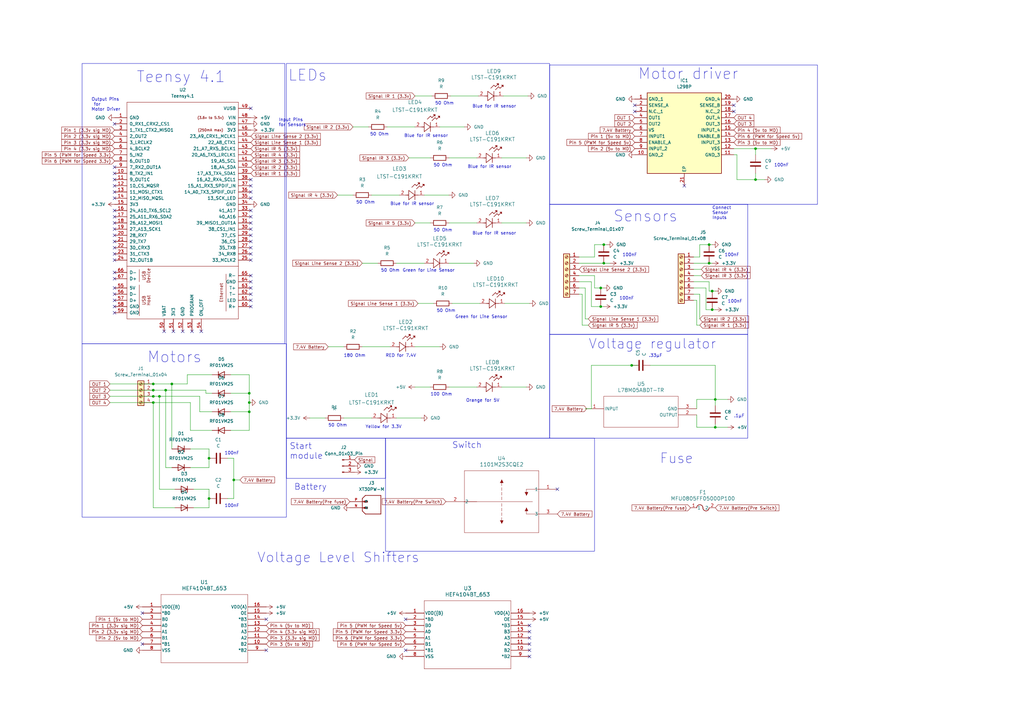
<source format=kicad_sch>
(kicad_sch (version 20230121) (generator eeschema)
  (paper "A3")
  (junction (at 62.865 165.1))
  (junction (at 293.37 163.83))
  (junction (at 102.235 165.1))
  (junction (at 290.83 107.95))
  (junction (at 95.885 196.85))
  (junction (at 247.65 107.95))
  (junction (at 309.88 60.96))
  (junction (at 85.725 204.47))
  (junction (at 102.235 161.29))
  (junction (at 246.38 118.11))
  (junction (at 62.865 162.56))
  (junction (at 65.405 162.56))
  (junction (at 246.38 125.73))
  (junction (at 102.235 168.91))
  (junction (at 293.37 175.26))
  (junction (at 290.83 100.33))
  (junction (at 62.865 157.48))
  (junction (at 309.88 73.66))
  (junction (at 259.08 149.86))
  (junction (at 70.485 157.48))
  (junction (at 247.65 100.33))
  (junction (at 85.725 187.96))
  (junction (at 292.1 119.38))
  (junction (at 62.865 160.02))
  (junction (at 67.945 160.02))
  (junction (at 292.1 127))
  (no_connect (at 102.87 120.65))
  (no_connect (at 102.87 76.2))
  (no_connect (at 46.99 93.98))
  (no_connect (at 102.87 44.45))
  (no_connect (at 46.99 99.06))
  (no_connect (at 102.87 93.98))
  (no_connect (at 228.6 200.66))
  (no_connect (at 46.99 123.19))
  (no_connect (at 102.87 115.57))
  (no_connect (at 102.87 123.19))
  (no_connect (at 71.12 135.89))
  (no_connect (at 46.99 106.68))
  (no_connect (at 102.87 88.9))
  (no_connect (at 46.99 104.14))
  (no_connect (at 46.99 125.73))
  (no_connect (at 102.87 81.28))
  (no_connect (at 102.87 125.73))
  (no_connect (at 46.99 96.52))
  (no_connect (at 166.37 254))
  (no_connect (at 166.37 266.7))
  (no_connect (at 46.99 76.2))
  (no_connect (at 102.87 113.03))
  (no_connect (at 78.74 135.89))
  (no_connect (at 102.87 96.52))
  (no_connect (at 46.99 111.76))
  (no_connect (at 46.99 101.6))
  (no_connect (at 102.87 99.06))
  (no_connect (at 74.93 135.89))
  (no_connect (at 46.99 78.74))
  (no_connect (at 300.99 45.72))
  (no_connect (at 46.99 68.58))
  (no_connect (at 102.87 104.14))
  (no_connect (at 46.99 50.8))
  (no_connect (at 46.99 81.28))
  (no_connect (at 102.87 78.74))
  (no_connect (at 217.17 266.7))
  (no_connect (at 260.35 43.18))
  (no_connect (at 280.67 76.2))
  (no_connect (at 46.99 120.65))
  (no_connect (at 109.22 266.7))
  (no_connect (at 58.42 251.46))
  (no_connect (at 46.99 118.11))
  (no_connect (at 102.87 101.6))
  (no_connect (at 109.22 254))
  (no_connect (at 300.99 43.18))
  (no_connect (at 102.87 91.44))
  (no_connect (at 102.87 106.68))
  (no_connect (at 82.55 135.89))
  (no_connect (at 102.87 86.36))
  (no_connect (at 46.99 88.9))
  (no_connect (at 46.99 86.36))
  (no_connect (at 217.17 256.54))
  (no_connect (at 46.99 73.66))
  (no_connect (at 217.17 264.16))
  (no_connect (at 217.17 269.24))
  (no_connect (at 102.87 118.11))
  (no_connect (at 260.35 45.72))
  (no_connect (at 46.99 91.44))
  (no_connect (at 58.42 264.16))
  (no_connect (at 46.99 128.27))
  (no_connect (at 217.17 261.62))
  (no_connect (at 102.87 73.66))
  (no_connect (at 67.31 135.89))
  (no_connect (at 46.99 71.12))
  (no_connect (at 217.17 259.08))
  (no_connect (at 46.99 114.3))
  (wire (pts (xy 45.085 165.1) (xy 62.865 165.1)))
  (wire (pts (xy 247.65 100.33) (xy 243.84 100.33)))
  (wire (pts (xy 184.15 158.75) (xy 195.58 158.75)))
  (wire (pts (xy 205.74 64.77) (xy 215.9 64.77)))
  (wire (pts (xy 78.105 165.1) (xy 78.105 176.53)))
  (wire (pts (xy 62.865 208.28) (xy 62.865 165.1)))
  (wire (pts (xy 290.83 119.38) (xy 290.83 115.57)))
  (wire (pts (xy 259.08 149.86) (xy 242.57 149.86)))
  (wire (pts (xy 71.755 200.66) (xy 65.405 200.66)))
  (wire (pts (xy 293.37 175.26) (xy 285.75 175.26)))
  (wire (pts (xy 170.18 158.75) (xy 176.53 158.75)))
  (wire (pts (xy 284.48 113.03) (xy 287.655 113.03)))
  (wire (pts (xy 62.865 165.1) (xy 78.105 165.1)))
  (wire (pts (xy 289.56 127) (xy 292.1 127)))
  (wire (pts (xy 162.56 107.95) (xy 173.99 107.95)))
  (wire (pts (xy 302.26 73.66) (xy 302.26 63.5)))
  (wire (pts (xy 76.835 153.67) (xy 86.995 153.67)))
  (wire (pts (xy 287.02 100.33) (xy 290.83 100.33)))
  (wire (pts (xy 313.69 73.66) (xy 309.88 73.66)))
  (wire (pts (xy 287.02 105.41) (xy 284.48 105.41)))
  (wire (pts (xy 158.75 52.07) (xy 170.18 52.07)))
  (wire (pts (xy 84.455 161.29) (xy 86.995 161.29)))
  (wire (pts (xy 285.75 175.26) (xy 285.75 170.18)))
  (wire (pts (xy 247.65 125.73) (xy 246.38 125.73)))
  (wire (pts (xy 62.865 160.02) (xy 67.945 160.02)))
  (wire (pts (xy 246.38 125.73) (xy 242.57 125.73)))
  (wire (pts (xy 266.7 149.86) (xy 293.37 149.86)))
  (wire (pts (xy 171.45 124.46) (xy 177.8 124.46)))
  (wire (pts (xy 167.64 64.77) (xy 176.53 64.77)))
  (wire (pts (xy 242.57 125.73) (xy 242.57 115.57)))
  (wire (pts (xy 94.615 161.29) (xy 102.235 161.29)))
  (wire (pts (xy 285.75 133.35) (xy 287.02 133.35)))
  (wire (pts (xy 289.56 127) (xy 289.56 118.11)))
  (wire (pts (xy 102.235 161.29) (xy 102.235 165.1)))
  (wire (pts (xy 173.99 80.01) (xy 184.15 80.01)))
  (wire (pts (xy 284.48 110.49) (xy 287.655 110.49)))
  (wire (pts (xy 290.83 107.95) (xy 292.1 107.95)))
  (wire (pts (xy 134.62 142.24) (xy 140.97 142.24)))
  (wire (pts (xy 45.085 162.56) (xy 62.865 162.56)))
  (wire (pts (xy 207.01 124.46) (xy 217.17 124.46)))
  (wire (pts (xy 144.78 52.07) (xy 151.13 52.07)))
  (wire (pts (xy 240.03 130.81) (xy 240.03 118.11)))
  (wire (pts (xy 246.38 118.11) (xy 243.84 118.11)))
  (wire (pts (xy 79.375 208.28) (xy 85.725 208.28)))
  (wire (pts (xy 152.4 80.01) (xy 163.83 80.01)))
  (wire (pts (xy 247.65 107.95) (xy 237.49 107.95)))
  (wire (pts (xy 85.725 184.15) (xy 85.725 187.96)))
  (wire (pts (xy 78.105 184.15) (xy 85.725 184.15)))
  (wire (pts (xy 78.105 191.77) (xy 85.725 191.77)))
  (wire (pts (xy 285.75 133.35) (xy 285.75 123.19)))
  (wire (pts (xy 95.885 196.85) (xy 95.885 204.47)))
  (wire (pts (xy 309.88 73.66) (xy 302.26 73.66)))
  (wire (pts (xy 243.84 118.11) (xy 243.84 113.03)))
  (wire (pts (xy 94.615 153.67) (xy 102.235 153.67)))
  (wire (pts (xy 290.83 119.38) (xy 292.1 119.38)))
  (wire (pts (xy 170.18 91.44) (xy 176.53 91.44)))
  (wire (pts (xy 70.485 191.77) (xy 67.945 191.77)))
  (wire (pts (xy 67.945 160.02) (xy 84.455 160.02)))
  (wire (pts (xy 292.1 119.38) (xy 293.37 119.38)))
  (wire (pts (xy 93.345 204.47) (xy 95.885 204.47)))
  (wire (pts (xy 261.62 149.86) (xy 259.08 149.86)))
  (wire (pts (xy 184.15 64.77) (xy 195.58 64.77)))
  (wire (pts (xy 243.84 113.03) (xy 237.49 113.03)))
  (wire (pts (xy 62.865 157.48) (xy 70.485 157.48)))
  (wire (pts (xy 298.45 163.83) (xy 293.37 163.83)))
  (wire (pts (xy 243.84 100.33) (xy 243.84 105.41)))
  (wire (pts (xy 62.865 162.56) (xy 65.405 162.56)))
  (wire (pts (xy 138.43 80.01) (xy 144.78 80.01)))
  (wire (pts (xy 102.235 153.67) (xy 102.235 161.29)))
  (wire (pts (xy 290.83 115.57) (xy 284.48 115.57)))
  (wire (pts (xy 148.59 142.24) (xy 160.02 142.24)))
  (wire (pts (xy 170.18 142.24) (xy 180.34 142.24)))
  (wire (pts (xy 242.57 149.86) (xy 242.57 167.64)))
  (wire (pts (xy 140.97 171.45) (xy 152.4 171.45)))
  (wire (pts (xy 289.56 118.11) (xy 284.48 118.11)))
  (wire (pts (xy 148.59 107.95) (xy 154.94 107.95)))
  (wire (pts (xy 316.23 60.96) (xy 309.88 60.96)))
  (wire (pts (xy 85.725 208.28) (xy 85.725 204.47)))
  (wire (pts (xy 293.37 163.83) (xy 293.37 166.37)))
  (wire (pts (xy 302.26 63.5) (xy 300.99 63.5)))
  (wire (pts (xy 241.3 130.81) (xy 240.03 130.81)))
  (wire (pts (xy 248.92 100.33) (xy 247.65 100.33)))
  (wire (pts (xy 309.88 60.96) (xy 300.99 60.96)))
  (wire (pts (xy 65.405 162.56) (xy 81.915 162.56)))
  (wire (pts (xy 162.56 171.45) (xy 172.72 171.45)))
  (wire (pts (xy 285.75 163.83) (xy 285.75 167.64)))
  (wire (pts (xy 184.785 39.37) (xy 196.215 39.37)))
  (wire (pts (xy 71.755 208.28) (xy 62.865 208.28)))
  (wire (pts (xy 287.02 120.65) (xy 284.48 120.65)))
  (wire (pts (xy 242.57 115.57) (xy 237.49 115.57)))
  (wire (pts (xy 78.105 176.53) (xy 86.995 176.53)))
  (wire (pts (xy 287.02 130.81) (xy 287.02 120.65)))
  (wire (pts (xy 94.615 168.91) (xy 102.235 168.91)))
  (wire (pts (xy 95.885 196.85) (xy 98.425 196.85)))
  (wire (pts (xy 242.57 167.64) (xy 240.03 167.64)))
  (wire (pts (xy 293.37 149.86) (xy 293.37 163.83)))
  (wire (pts (xy 185.42 124.46) (xy 196.85 124.46)))
  (wire (pts (xy 81.915 162.56) (xy 81.915 168.91)))
  (wire (pts (xy 247.65 118.11) (xy 246.38 118.11)))
  (wire (pts (xy 205.74 158.75) (xy 215.9 158.75)))
  (wire (pts (xy 285.75 123.19) (xy 284.48 123.19)))
  (wire (pts (xy 206.375 39.37) (xy 216.535 39.37)))
  (wire (pts (xy 94.615 176.53) (xy 102.235 176.53)))
  (wire (pts (xy 240.03 118.11) (xy 237.49 118.11)))
  (wire (pts (xy 84.455 160.02) (xy 84.455 161.29)))
  (wire (pts (xy 170.18 39.37) (xy 177.165 39.37)))
  (wire (pts (xy 184.15 107.95) (xy 194.31 107.95)))
  (wire (pts (xy 309.88 60.96) (xy 309.88 63.5)))
  (wire (pts (xy 241.3 133.35) (xy 238.76 133.35)))
  (wire (pts (xy 93.345 187.96) (xy 95.885 187.96)))
  (wire (pts (xy 45.085 160.02) (xy 62.865 160.02)))
  (wire (pts (xy 287.02 100.33) (xy 287.02 105.41)))
  (wire (pts (xy 205.74 91.44) (xy 215.9 91.44)))
  (wire (pts (xy 309.88 71.12) (xy 309.88 73.66)))
  (wire (pts (xy 70.485 157.48) (xy 76.835 157.48)))
  (wire (pts (xy 290.83 100.33) (xy 292.1 100.33)))
  (wire (pts (xy 184.15 91.44) (xy 195.58 91.44)))
  (wire (pts (xy 293.37 163.83) (xy 285.75 163.83)))
  (wire (pts (xy 284.48 107.95) (xy 290.83 107.95)))
  (wire (pts (xy 67.945 191.77) (xy 67.945 160.02)))
  (wire (pts (xy 180.34 52.07) (xy 190.5 52.07)))
  (wire (pts (xy 45.085 157.48) (xy 62.865 157.48)))
  (wire (pts (xy 250.19 107.95) (xy 247.65 107.95)))
  (wire (pts (xy 238.76 133.35) (xy 238.76 120.65)))
  (wire (pts (xy 70.485 157.48) (xy 70.485 184.15)))
  (wire (pts (xy 76.835 157.48) (xy 76.835 153.67)))
  (wire (pts (xy 81.915 168.91) (xy 86.995 168.91)))
  (wire (pts (xy 95.885 187.96) (xy 95.885 196.85)))
  (wire (pts (xy 292.1 127) (xy 293.37 127)))
  (wire (pts (xy 238.76 120.65) (xy 237.49 120.65)))
  (wire (pts (xy 102.235 176.53) (xy 102.235 168.91)))
  (wire (pts (xy 298.45 175.26) (xy 293.37 175.26)))
  (wire (pts (xy 127 171.45) (xy 133.35 171.45)))
  (wire (pts (xy 85.725 191.77) (xy 85.725 187.96)))
  (wire (pts (xy 79.375 200.66) (xy 85.725 200.66)))
  (wire (pts (xy 293.37 173.99) (xy 293.37 175.26)))
  (wire (pts (xy 65.405 200.66) (xy 65.405 162.56)))
  (wire (pts (xy 243.84 105.41) (xy 237.49 105.41)))
  (wire (pts (xy 85.725 200.66) (xy 85.725 204.47)))
  (wire (pts (xy 102.235 168.91) (xy 102.235 165.1)))
  (rectangle (start 225.425 26.67) (end 335.28 83.82))
  (rectangle (start 117.475 26.035) (end 225.425 179.705))
  (rectangle (start 225.425 83.82) (end 306.705 137.16))
  (rectangle (start 33.655 140.97) (end 117.475 212.09))
  (rectangle (start 33.655 26.035) (end 116.84 140.97))
  (rectangle (start 117.475 179.705) (end 158.115 196.215))
  (rectangle (start 158.115 179.705) (end 243.84 226.06))
  (rectangle (start 225.425 137.16) (end 306.705 179.705))
  (text "Voltage regulator" (at 241.3 143.51 0) (effects (font (size 4 4)) (justify left bottom)))
  (text "Blue for IR sensor" (at 165.735 56.515 0) (effects (font (size 1.27 1.27)) (justify left bottom)))
  (text "Start\nmodule" (at 118.745 188.595 0) (effects (font (size 2.5 2.5)) (justify left bottom)))
  (text "100nF" (at 92.075 186.69 0) (effects (font (size 1.27 1.27)) (justify left bottom)))
  (text "50 Ohm" (at 177.8 95.25 0) (effects (font (size 1.27 1.27)) (justify left bottom)))
  (text "Blue for IR sensor" (at 160.02 84.455 0) (effects (font (size 1.27 1.27)) (justify left bottom)))
  (text "Connect \nSensor \nInputs" (at 292.1 90.17 0) (effects (font (size 1.27 1.27)) (justify left bottom)))
  (text "100nF" (at 255.27 105.41 0) (effects (font (size 1.27 1.27)) (justify left bottom)))
  (text "Input Pins \nfor Sensors" (at 114.3 52.07 0) (effects (font (size 1.27 1.27)) (justify left bottom)))
  (text "Fuse" (at 270.51 190.5 0) (effects (font (size 4 4)) (justify left bottom)))
  (text "50 Ohm" (at 156.21 111.76 0) (effects (font (size 1.27 1.27)) (justify left bottom)))
  (text "Green for Line Sensor" (at 165.1 111.76 0) (effects (font (size 1.27 1.27)) (justify left bottom)))
  (text "100nF" (at 297.18 105.41 0) (effects (font (size 1.27 1.27)) (justify left bottom)))
  (text "LEDs" (at 118.11 33.655 0) (effects (font (size 4.5 4.5)) (justify left bottom)))
  (text "100 Ohm" (at 176.53 162.56 0) (effects (font (size 1.27 1.27)) (justify left bottom)))
  (text "Yellow for 3.3V" (at 149.86 175.895 0) (effects (font (size 1.27 1.27)) (justify left bottom)))
  (text "Motors" (at 60.325 149.225 0) (effects (font (size 4.5 4.5)) (justify left bottom)))
  (text "Teensy 4.1" (at 55.88 34.29 0) (effects (font (size 4.5 4.5)) (justify left bottom)))
  (text "Motor driver" (at 261.62 33.02 0) (effects (font (size 4.5 4.5)) (justify left bottom)))
  (text "100nF" (at 317.5 68.58 0) (effects (font (size 1.27 1.27)) (justify left bottom)))
  (text "Voltage Level Shifters" (at 105.41 231.14 0) (effects (font (size 4 4)) (justify left bottom)))
  (text "Green for Line Sensor" (at 186.69 130.81 0) (effects (font (size 1.27 1.27)) (justify left bottom)))
  (text "Battery" (at 120.65 201.295 0) (effects (font (size 2.5 2.5)) (justify left bottom)))
  (text "Blue for IR sensor" (at 191.77 69.215 0) (effects (font (size 1.27 1.27)) (justify left bottom)))
  (text ".1µF" (at 300.99 171.45 0) (effects (font (size 1.27 1.27)) (justify left bottom)))
  (text "180 Ohm" (at 140.97 146.685 0) (effects (font (size 1.27 1.27)) (justify left bottom)))
  (text "50 Ohm" (at 134.62 175.26 0) (effects (font (size 1.27 1.27)) (justify left bottom)))
  (text "Output Pins\n for \nMotor Driver" (at 37.465 45.72 0) (effects (font (size 1.27 1.27)) (justify left bottom)))
  (text "100nF" (at 254 123.19 0) (effects (font (size 1.27 1.27)) (justify left bottom)))
  (text "Blue for IR sensor" (at 193.675 96.52 0) (effects (font (size 1.27 1.27)) (justify left bottom)))
  (text "50 Ohm" (at 151.765 55.88 0) (effects (font (size 1.27 1.27)) (justify left bottom)))
  (text "100nF" (at 92.075 208.28 0) (effects (font (size 1.27 1.27)) (justify left bottom)))
  (text "50 Ohm" (at 179.07 128.27 0) (effects (font (size 1.27 1.27)) (justify left bottom)))
  (text "50 Ohm" (at 177.8 68.58 0) (effects (font (size 1.27 1.27)) (justify left bottom)))
  (text "Sensors" (at 251.46 91.44 0) (effects (font (size 4.5 4.5)) (justify left bottom)))
  (text "RED for 7.4V" (at 158.115 146.685 0) (effects (font (size 1.27 1.27)) (justify left bottom)))
  (text "Switch" (at 185.42 184.15 0) (effects (font (size 2.5 2.5)) (justify left bottom)))
  (text "Orange for 5V" (at 191.135 165.1 0) (effects (font (size 1.27 1.27)) (justify left bottom)))
  (text "50 Ohm" (at 146.05 83.82 0) (effects (font (size 1.27 1.27)) (justify left bottom)))
  (text "Blue for IR sensor" (at 193.675 44.45 0) (effects (font (size 1.27 1.27)) (justify left bottom)))
  (text "50 Ohm" (at 178.435 43.18 0) (effects (font (size 1.27 1.27)) (justify left bottom)))
  (text ".33µF" (at 266.065 146.685 0) (effects (font (size 1.27 1.27)) (justify left bottom)))
  (text "100nF" (at 298.45 124.46 0) (effects (font (size 1.27 1.27)) (justify left bottom)))
  (global_label "Signal IR 4 (3.3v)" (shape input) (at 138.43 80.01 180) (property "Intersheetrefs" "${INTERSHEET_REFS}" (effects hide)))
  (global_label "Pin 3 (5v to MD)" (shape input) (at 300.99 58.42 0) (property "Intersheetrefs" "${INTERSHEET_REFS}" (effects hide)))
  (global_label "Signal IR 2 (3.3v)" (shape input) (at 144.78 52.07 180) (property "Intersheetrefs" "${INTERSHEET_REFS}" (effects hide)))
  (global_label "Signal IR 5 (3.3v)" (shape input) (at 241.3 133.35 0) (property "Intersheetrefs" "${INTERSHEET_REFS}" (effects hide)))
  (global_label "OUT 3" (shape input) (at 45.085 162.56 180) (property "Intersheetrefs" "${INTERSHEET_REFS}" (effects hide)))
  (global_label "Signal Line Sense 2 (3.3v)" (shape input) (at 102.87 55.88 0) (property "Intersheetrefs" "${INTERSHEET_REFS}" (effects hide)))
  (global_label "Pin 6 (PWM for Speed 3.3v)" (shape input) (at 166.37 261.62 180) (property "Intersheetrefs" "${INTERSHEET_REFS}" (effects hide)))
  (global_label "Pin 4 (5v to MD)" (shape input) (at 300.99 53.34 0) (property "Intersheetrefs" "${INTERSHEET_REFS}" (effects hide)))
  (global_label "OUT 4" (shape input) (at 45.085 165.1 180) (property "Intersheetrefs" "${INTERSHEET_REFS}" (effects hide)))
  (global_label "7.4V Battery" (shape input) (at 260.35 53.34 180) (property "Intersheetrefs" "${INTERSHEET_REFS}" (effects hide)))
  (global_label "OUT 1" (shape input) (at 260.35 48.26 180) (property "Intersheetrefs" "${INTERSHEET_REFS}" (effects hide)))
  (global_label "Pin 3 (3.3v sig MD)" (shape input) (at 46.99 58.42 180) (property "Intersheetrefs" "${INTERSHEET_REFS}" (effects hide)))
  (global_label "Signal IR 1 (3.3v)" (shape input) (at 102.87 71.12 0) (property "Intersheetrefs" "${INTERSHEET_REFS}" (effects hide)))
  (global_label "7.4V Battery" (shape input) (at 134.62 142.24 180) (property "Intersheetrefs" "${INTERSHEET_REFS}" (effects hide)))
  (global_label "Pin 4 (3.3v sig MD)" (shape input) (at 109.22 259.08 0) (property "Intersheetrefs" "${INTERSHEET_REFS}" (effects hide)))
  (global_label "7.4V Battery(Pre fuse)" (shape input) (at 143.51 205.74 180) (property "Intersheetrefs" "${INTERSHEET_REFS}" (effects hide)))
  (global_label "Signal" (shape input) (at 145.415 188.595 0) (property "Intersheetrefs" "${INTERSHEET_REFS}" (effects hide)))
  (global_label "7.4V Battery(Pre Switch)" (shape input) (at 182.88 205.74 180) (property "Intersheetrefs" "${INTERSHEET_REFS}" (effects hide)))
  (global_label "Pin 2 (5v to MD)" (shape input) (at 58.42 261.62 180) (property "Intersheetrefs" "${INTERSHEET_REFS}" (effects hide)))
  (global_label "Signal Line Sense 1 (3.3v)" (shape input) (at 171.45 124.46 180) (property "Intersheetrefs" "${INTERSHEET_REFS}" (effects hide)))
  (global_label "7.4V Battery" (shape input) (at 228.6 210.82 0) (property "Intersheetrefs" "${INTERSHEET_REFS}" (effects hide)))
  (global_label "Pin 1 (5v to MD)" (shape input) (at 260.35 55.88 180) (property "Intersheetrefs" "${INTERSHEET_REFS}" (effects hide)))
  (global_label "Pin 4 (5v to MD)" (shape input) (at 109.22 256.54 0) (property "Intersheetrefs" "${INTERSHEET_REFS}" (effects hide)))
  (global_label "Pin 5 (PWM for Speed 3.3v)" (shape input) (at 46.99 63.5 180) (property "Intersheetrefs" "${INTERSHEET_REFS}" (effects hide)))
  (global_label "Signal IR 5 (3.3v)" (shape input) (at 102.87 60.96 0) (property "Intersheetrefs" "${INTERSHEET_REFS}" (effects hide)))
  (global_label "Pin 2 (3.3v sig MD)" (shape input) (at 58.42 259.08 180) (property "Intersheetrefs" "${INTERSHEET_REFS}" (effects hide)))
  (global_label "Pin 2 (3.3v sig MD)" (shape input) (at 46.99 55.88 180) (property "Intersheetrefs" "${INTERSHEET_REFS}" (effects hide)))
  (global_label "Pin 5 (PWM for Speed 5v)" (shape input) (at 166.37 256.54 180) (property "Intersheetrefs" "${INTERSHEET_REFS}" (effects hide)))
  (global_label "Signal Line Sense 2 (3.3v)" (shape input) (at 148.59 107.95 180) (property "Intersheetrefs" "${INTERSHEET_REFS}" (effects hide)))
  (global_label "7.4V Battery" (shape input) (at 240.665 167.64 180) (property "Intersheetrefs" "${INTERSHEET_REFS}" (effects hide)))
  (global_label "7.4V Battery(Pre Switch)" (shape input) (at 293.37 208.28 0) (property "Intersheetrefs" "${INTERSHEET_REFS}" (effects hide)))
  (global_label "Signal IR 5 (3.3v)" (shape input) (at 170.18 91.44 180) (property "Intersheetrefs" "${INTERSHEET_REFS}" (effects hide)))
  (global_label "Pin 3 (5v to MD)" (shape input) (at 109.22 264.16 0) (property "Intersheetrefs" "${INTERSHEET_REFS}" (effects hide)))
  (global_label "Signal Line Sense 1 (3.3v)" (shape input) (at 241.3 130.81 0) (property "Intersheetrefs" "${INTERSHEET_REFS}" (effects hide)))
  (global_label "Signal IR 3 (3.3v)" (shape input) (at 102.87 66.04 0) (property "Intersheetrefs" "${INTERSHEET_REFS}" (effects hide)))
  (global_label "Signal IR 3 (3.3v)" (shape input) (at 287.655 113.03 0) (property "Intersheetrefs" "${INTERSHEET_REFS}" (effects hide)))
  (global_label "Pin 6 (PWM for Speed 5v)" (shape input) (at 300.99 55.88 0) (property "Intersheetrefs" "${INTERSHEET_REFS}" (effects hide)))
  (global_label "7.4V Battery" (shape input) (at 98.425 196.85 0) (property "Intersheetrefs" "${INTERSHEET_REFS}" (effects hide)))
  (global_label "Signal IR 4 (3.3v)" (shape input) (at 102.87 63.5 0) (property "Intersheetrefs" "${INTERSHEET_REFS}" (effects hide)))
  (global_label "OUT 3" (shape input) (at 300.99 50.8 0) (property "Intersheetrefs" "${INTERSHEET_REFS}" (effects hide)))
  (global_label "Signal Line Sense 2 (3.3v)" (shape input) (at 237.49 110.49 0) (property "Intersheetrefs" "${INTERSHEET_REFS}" (effects hide)))
  (global_label "Pin 1 (3.3v sig MD)" (shape input) (at 58.42 256.54 180) (property "Intersheetrefs" "${INTERSHEET_REFS}" (effects hide)))
  (global_label "Pin 6 (PWM for Speed 3.3v)" (shape input) (at 46.99 66.04 180) (property "Intersheetrefs" "${INTERSHEET_REFS}" (effects hide)))
  (global_label "Signal IR 3 (3.3v)" (shape input) (at 167.64 64.77 180) (property "Intersheetrefs" "${INTERSHEET_REFS}" (effects hide)))
  (global_label "OUT 2" (shape input) (at 260.35 50.8 180) (property "Intersheetrefs" "${INTERSHEET_REFS}" (effects hide)))
  (global_label "Pin 4 (3.3v sig MD)" (shape input) (at 46.99 60.96 180) (property "Intersheetrefs" "${INTERSHEET_REFS}" (effects hide)))
  (global_label "Pin 6 (PWM for Speed 5v)" (shape input) (at 166.37 264.16 180) (property "Intersheetrefs" "${INTERSHEET_REFS}" (effects hide)))
  (global_label "7.4V Battery(Pre fuse)" (shape input) (at 283.21 208.28 180) (property "Intersheetrefs" "${INTERSHEET_REFS}" (effects hide)))
  (global_label "OUT 1" (shape input) (at 45.085 157.48 180) (property "Intersheetrefs" "${INTERSHEET_REFS}" (effects hide)))
  (global_label "Signal Line Sense 1 (3.3v)" (shape input) (at 102.87 58.42 0) (property "Intersheetrefs" "${INTERSHEET_REFS}" (effects hide)))
  (global_label "Signal IR 2 (3.3v)" (shape input) (at 287.02 130.81 0) (property "Intersheetrefs" "${INTERSHEET_REFS}" (effects hide)))
  (global_label "Signal IR 1 (3.3v)" (shape input) (at 287.02 133.35 0) (property "Intersheetrefs" "${INTERSHEET_REFS}" (effects hide)))
  (global_label "Pin 1 (5v to MD)" (shape input) (at 58.42 254 180) (property "Intersheetrefs" "${INTERSHEET_REFS}" (effects hide)))
  (global_label "Pin 5 (PWM for Speed 5v)" (shape input) (at 260.35 58.42 180) (property "Intersheetrefs" "${INTERSHEET_REFS}" (effects hide)))
  (global_label "OUT 4" (shape input) (at 300.99 48.26 0) (property "Intersheetrefs" "${INTERSHEET_REFS}" (effects hide)))
  (global_label "Signal IR 4 (3.3v)" (shape input) (at 287.655 110.49 0) (property "Intersheetrefs" "${INTERSHEET_REFS}" (effects hide)))
  (global_label "Pin 1 (3.3v sig MD)" (shape input) (at 46.99 53.34 180) (property "Intersheetrefs" "${INTERSHEET_REFS}" (effects hide)))
  (global_label "Pin 2 (5v to MD)" (shape input) (at 260.35 60.96 180) (property "Intersheetrefs" "${INTERSHEET_REFS}" (effects hide)))
  (global_label "Pin 3 (3.3v sig MD)" (shape input) (at 109.22 261.62 0) (property "Intersheetrefs" "${INTERSHEET_REFS}" (effects hide)))
  (global_label "Pin 5 (PWM for Speed 3.3v)" (shape input) (at 166.37 259.08 180) (property "Intersheetrefs" "${INTERSHEET_REFS}" (effects hide)))
  (global_label "Signal IR 1 (3.3v)" (shape input) (at 170.18 39.37 180) (property "Intersheetrefs" "${INTERSHEET_REFS}" (effects hide)))
  (global_label "OUT 2" (shape input) (at 45.085 160.02 180) (property "Intersheetrefs" "${INTERSHEET_REFS}" (effects hide)))
  (global_label "Signal IR 2 (3.3v)" (shape input) (at 102.87 68.58 0) (property "Intersheetrefs" "${INTERSHEET_REFS}" (effects hide)))
  (symbol (lib_id "power:+3.3V") (at 145.415 193.675 270) (unit 1)
    (property "Reference" "#PWR011" (effects hide))
    (property "Value" "+3.3V" (at 149.225 193.675 90) (effects (justify left)))
  )
  (symbol (lib_id "LED--:LTST-C191KRKT") (at 195.58 158.75 0) (unit 1)
    (property "Reference" "LED8" (at 201.93 148.59 0) (effects (font (size 1.524 1.524))))
    (property "Value" "LTST-C191KRKT" (at 201.93 151.13 0) (effects (font (size 1.524 1.524))))
    (property "Footprint" "Wasabi(Footprints):LED_LTST-C191KRKT_LTO(footprint)" (effects hide))
    (property "Datasheet" "LTST-C191KRKT" (effects hide))
  )
  (symbol (lib_id "power:+3.3V") (at 292.1 107.95 270) (unit 1)
    (property "Reference" "#PWR034" (effects hide))
    (property "Value" "+3.3V" (at 295.91 107.95 90) (effects (justify left)))
  )
  (symbol (lib_id "Device:C") (at 290.83 104.14 0) (unit 1)
    (property "Reference" "C6" (at 294.64 102.87 0) (effects (justify left)))
    (property "Value" "C" (at 294.64 105.41 0) (effects (justify left)))
    (property "Footprint" "Capacitor_SMD:C_0402_1005Metric_Pad0.74x0.62mm_HandSolder" (effects hide))
  )
  (symbol (lib_id "LED--:LTST-C191KRKT") (at 170.18 52.07 0) (unit 1)
    (property "Reference" "LED4" (at 170.18 41.91 0) (effects (font (size 1.524 1.524))))
    (property "Value" "LTST-C191KRKT" (at 170.18 45.085 0) (effects (font (size 1.524 1.524))))
    (property "Footprint" "Wasabi(Footprints):LED_LTST-C191KRKT_LTO(footprint)" (effects hide))
    (property "Datasheet" "LTST-C191KRKT" (effects hide))
  )
  (symbol (lib_id "power:GND") (at 313.69 73.66 90) (unit 1)
    (property "Reference" "#PWR040" (effects hide))
    (property "Value" "GND" (at 317.5 73.66 90) (effects (justify right)))
  )
  (symbol (lib_id "power:GND") (at 58.42 266.7 270) (unit 1)
    (property "Reference" "#PWR03" (effects hide))
    (property "Value" "GND" (at 54.61 266.7 90) (effects (justify right)))
  )
  (symbol (lib_id "LED--:LTST-C191KRKT") (at 196.85 124.46 0) (unit 1)
    (property "Reference" "LED10" (at 203.2 114.3 0) (effects (font (size 1.524 1.524))))
    (property "Value" "LTST-C191KRKT" (at 203.2 116.84 0) (effects (font (size 1.524 1.524))))
    (property "Footprint" "Wasabi(Footprints):LED_LTST-C191KRKT_LTO(footprint)" (effects hide))
    (property "Datasheet" "LTST-C191KRKT" (effects hide))
  )
  (symbol (lib_id "power:GND") (at 260.35 63.5 270) (unit 1)
    (property "Reference" "#PWR032" (effects hide))
    (property "Value" "GND" (at 256.54 63.5 90) (effects (justify right)))
  )
  (symbol (lib_id "L78M05ABDT-TR:L78M05ABDT-TR") (at 240.03 167.64 0) (unit 1)
    (property "Reference" "U5" (at 262.89 157.48 0) (effects (font (size 1.524 1.524))))
    (property "Value" "L78M05ABDT-TR" (at 262.89 160.02 0) (effects (font (size 1.524 1.524))))
    (property "Footprint" "Wasabi(Footprints):L78M05ABDT-TR(footprint)" (effects hide))
    (property "Datasheet" "L78M05ABDT-TR" (effects hide))
  )
  (symbol (lib_id "teensy:Teensy4.1") (at 74.93 102.87 0) (unit 1)
    (property "Reference" "U2" (at 74.93 36.83 0))
    (property "Value" "Teensy4.1" (at 74.93 39.37 0))
    (property "Footprint" "Wasabi(Footprints):Teensy41 (footprint NEW)" (effects hide))
  )
  (symbol (lib_id "power:GND") (at 215.9 91.44 90) (unit 1)
    (property "Reference" "#PWR021" (effects hide))
    (property "Value" "GND" (at 219.71 91.44 90) (effects (justify right)))
  )
  (symbol (lib_id "Diode:RF01VM2S") (at 90.805 176.53 0) (unit 1)
    (property "Reference" "D8" (at 90.805 170.18 0))
    (property "Value" "RF01VM2S" (at 90.805 172.72 0))
    (property "Footprint" "Diode_SMD:D_SOD-123F" (effects hide))
    (property "Datasheet" "https://fscdn.rohm.com/en/products/databook/datasheet/discrete/diode/fast_recovery/rf01vm2s.pdf" (effects hide))
    (property "Sim.Device" "D" (effects hide))
    (property "Sim.Pins" "1=K 2=A" (effects hide))
  )
  (symbol (lib_id "Connector:Screw_Terminal_01x08") (at 279.4 113.03 0) (mirror y) (unit 1)
    (property "Reference" "J5" (at 289.56 95.25 0) (effects (justify left)))
    (property "Value" "Screw_Terminal_01x08" (at 289.56 97.79 0) (effects (justify left)))
    (property "Footprint" "Wasabi(Footprints):8pinScrewTerminal(footprint)" (effects hide))
  )
  (symbol (lib_id "Device:R") (at 180.975 39.37 270) (unit 1)
    (property "Reference" "R9" (at 180.975 33.02 90))
    (property "Value" "R" (at 180.975 35.56 90))
    (property "Footprint" "Resistor_SMD:R_0603_1608Metric_Pad0.98x0.95mm_HandSolder" (effects hide))
  )
  (symbol (lib_id "Diode:RF01VM2S") (at 90.805 168.91 0) (unit 1)
    (property "Reference" "D7" (at 90.805 162.56 0))
    (property "Value" "RF01VM2S" (at 90.805 165.1 0))
    (property "Footprint" "Diode_SMD:D_SOD-123F" (effects hide))
    (property "Datasheet" "https://fscdn.rohm.com/en/products/databook/datasheet/discrete/diode/fast_recovery/rf01vm2s.pdf" (effects hide))
    (property "Sim.Device" "D" (effects hide))
    (property "Sim.Pins" "1=K 2=A" (effects hide))
  )
  (symbol (lib_id "Device:R") (at 158.75 107.95 270) (unit 1)
    (property "Reference" "R5" (at 158.75 101.6 90))
    (property "Value" "R" (at 158.75 104.14 90))
    (property "Footprint" "Resistor_SMD:R_0603_1608Metric_Pad0.98x0.95mm_HandSolder" (effects hide))
  )
  (symbol (lib_id "power:+3.3V") (at 46.99 83.82 90) (unit 1)
    (property "Reference" "#PWR042" (effects hide))
    (property "Value" "+3.3V" (at 43.18 83.82 90) (effects (justify left)))
  )
  (symbol (lib_id "Device:R") (at 180.34 158.75 270) (unit 1)
    (property "Reference" "R8" (at 180.34 152.4 90))
    (property "Value" "R" (at 180.34 154.94 90))
    (property "Footprint" "Resistor_SMD:R_0805_2012Metric_Pad1.20x1.40mm_HandSolder" (effects hide))
  )
  (symbol (lib_id "power:GND") (at 102.87 83.82 90) (unit 1)
    (property "Reference" "#PWR043" (effects hide))
    (property "Value" "GND" (at 106.68 83.82 90) (effects (justify right)))
  )
  (symbol (lib_id "Device:C") (at 89.535 204.47 90) (unit 1)
    (property "Reference" "C2" (at 89.535 196.85 90))
    (property "Value" "C" (at 89.535 199.39 90))
    (property "Footprint" "Capacitor_SMD:C_0402_1005Metric_Pad0.74x0.62mm_HandSolder" (effects hide))
  )
  (symbol (lib_id "Diode:RF01VM2S") (at 74.295 191.77 0) (mirror y) (unit 1)
    (property "Reference" "D2" (at 74.295 185.42 0))
    (property "Value" "RF01VM2S" (at 74.295 187.96 0))
    (property "Footprint" "Diode_SMD:D_SOD-123F" (effects hide))
    (property "Datasheet" "https://fscdn.rohm.com/en/products/databook/datasheet/discrete/diode/fast_recovery/rf01vm2s.pdf" (effects hide))
    (property "Sim.Device" "D" (effects hide))
    (property "Sim.Pins" "1=K 2=A" (effects hide))
  )
  (symbol (lib_id "power:+5V") (at 217.17 254 270) (unit 1)
    (property "Reference" "#PWR026" (effects hide))
    (property "Value" "+5V" (at 220.98 254 90) (effects (justify left)))
  )
  (symbol (lib_id "Device:C") (at 89.535 187.96 90) (unit 1)
    (property "Reference" "C1" (at 89.535 180.34 90))
    (property "Value" "C" (at 89.535 182.88 90))
    (property "Footprint" "Wasabi(Footprints):AMASS_XT30PW-M(footprint)" (effects hide))
  )
  (symbol (lib_id "power:+5V") (at 166.37 251.46 90) (unit 1)
    (property "Reference" "#PWR012" (effects hide))
    (property "Value" "+5V" (at 162.56 251.46 90) (effects (justify left)))
  )
  (symbol (lib_id "Device:C") (at 247.65 104.14 0) (unit 1)
    (property "Reference" "C4" (at 251.46 102.87 0) (effects (justify left)))
    (property "Value" "C" (at 251.46 105.41 0) (effects (justify left)))
    (property "Footprint" "Capacitor_SMD:C_0402_1005Metric_Pad0.74x0.62mm_HandSolder" (effects hide))
  )
  (symbol (lib_id "Diode:RF01VM2S") (at 90.805 161.29 0) (unit 1)
    (property "Reference" "D6" (at 90.805 154.94 0))
    (property "Value" "RF01VM2S" (at 90.805 157.48 0))
    (property "Footprint" "Diode_SMD:D_SOD-123F" (effects hide))
    (property "Datasheet" "https://fscdn.rohm.com/en/products/databook/datasheet/discrete/diode/fast_recovery/rf01vm2s.pdf" (effects hide))
    (property "Sim.Device" "D" (effects hide))
    (property "Sim.Pins" "1=K 2=A" (effects hide))
  )
  (symbol (lib_id "power:+3.3V") (at 127 171.45 90) (unit 1)
    (property "Reference" "#PWR08" (effects hide))
    (property "Value" "+3.3V" (at 123.19 171.45 90) (effects (justify left)))
  )
  (symbol (lib_id "power:+5V") (at 170.18 158.75 90) (unit 1)
    (property "Reference" "#PWR014" (effects hide))
    (property "Value" "+5V" (at 166.37 158.75 90) (effects (justify left)))
  )
  (symbol (lib_id "Device:C") (at 309.88 67.31 180) (unit 1)
    (property "Reference" "C9" (at 313.69 66.04 0) (effects (justify right)))
    (property "Value" "C" (at 313.69 68.58 0) (effects (justify right)))
    (property "Footprint" "Capacitor_SMD:C_0402_1005Metric_Pad0.74x0.62mm_HandSolder" (effects hide))
  )
  (symbol (lib_id "power:GND") (at 145.415 191.135 90) (unit 1)
    (property "Reference" "#PWR010" (effects hide))
    (property "Value" "GND" (at 149.225 191.135 90) (effects (justify right)))
  )
  (symbol (lib_id "power:+3.3V") (at 102.87 53.34 270) (unit 1)
    (property "Reference" "#PWR05" (effects hide))
    (property "Value" "+3.3V" (at 106.68 53.34 90) (effects (justify left)))
  )
  (symbol (lib_id "power:GND") (at 143.51 208.28 270) (unit 1)
    (property "Reference" "#PWR09" (effects hide))
    (property "Value" "GND" (at 139.7 208.28 90) (effects (justify right)))
  )
  (symbol (lib_id "XT30PW-M:XT30PW-M") (at 148.59 205.74 0) (mirror y) (unit 1)
    (property "Reference" "J3" (at 152.4 198.12 0))
    (property "Value" "XT30PW-M" (at 152.4 200.66 0))
    (property "Footprint" "Wasabi(Footprints):AMASS_XT30PW-M(footprint)" (effects hide))
    (property "MF" "AMASS" (effects hide))
    (property "MAXIMUM_PACKAGE_HEIGHT" "5 mm" (effects hide))
    (property "Package" "None" (effects hide))
    (property "Price" "None" (effects hide))
    (property "Check_prices" "https://www.snapeda.com/parts/XT30PW-M/AMASS/view-part/?ref=eda" (effects hide))
    (property "STANDARD" "Manufacturer Recommendations" (effects hide))
    (property "PARTREV" "1.2" (effects hide))
    (property "SnapEDA_Link" "https://www.snapeda.com/parts/XT30PW-M/AMASS/view-part/?ref=snap" (effects hide))
    (property "MP" "XT30PW-M" (effects hide))
    (property "Description" "\nSocket; DC supply; XT30; male; PIN: 2; on PCBs; THT; Colour: yellow\n" (effects hide))
    (property "MANUFACTURER" "Amass" (effects hide))
    (property "Availability" "Not in stock" (effects hide))
    (property "SNAPEDA_PN" "XT30PW-M" (effects hide))
  )
  (symbol (lib_id "power:GND") (at 46.99 48.26 270) (unit 1)
    (property "Reference" "#PWR01" (effects hide))
    (property "Value" "GND" (at 43.18 48.26 90) (effects (justify right)))
  )
  (symbol (lib_id "LED--:LTST-C191KRKT") (at 195.58 91.44 0) (unit 1)
    (property "Reference" "LED7" (at 201.93 81.28 0) (effects (font (size 1.524 1.524))))
    (property "Value" "LTST-C191KRKT" (at 201.93 83.82 0) (effects (font (size 1.524 1.524))))
    (property "Footprint" "Wasabi(Footprints):LED_LTST-C191KRKT_LTO(footprint)" (effects hide))
    (property "Datasheet" "LTST-C191KRKT" (effects hide))
  )
  (symbol (lib_id "Connector:Screw_Terminal_01x07") (at 232.41 113.03 0) (mirror y) (unit 1)
    (property "Reference" "J4" (at 245.11 91.44 0))
    (property "Value" "Screw_Terminal_01x07" (at 245.11 93.98 0))
    (property "Footprint" "Wasabi(Footprints):7pinScrewTerminal(footprint)" (effects hide))
  )
  (symbol (lib_id "power:GND") (at 172.72 171.45 90) (unit 1)
    (property "Reference" "#PWR015" (effects hide))
    (property "Value" "GND" (at 176.53 171.45 90) (effects (justify right)))
  )
  (symbol (lib_id "Connector:Screw_Terminal_01x04") (at 57.785 160.02 0) (mirror y) (unit 1)
    (property "Reference" "J1" (at 57.785 151.13 0))
    (property "Value" "Screw_Terminal_01x04" (at 57.785 153.67 0))
    (property "Footprint" "Wasabi(Footprints):4pinScrewTerminal(footprint)" (effects hide))
  )
  (symbol (lib_id "Switch(1101M2S3CQE2):1101M2S3CQE2") (at 182.88 205.74 0) (unit 1)
    (property "Reference" "U4" (at 205.74 187.96 0) (effects (font (size 1.524 1.524))))
    (property "Value" "1101M2S3CQE2" (at 205.74 190.5 0) (effects (font (size 1.524 1.524))))
    (property "Footprint" "Wasabi(Footprints):Switch1101M2S3CQE2(footprint)" (effects hide))
    (property "Datasheet" "1101M2S3CQE2" (effects hide))
  )
  (symbol (lib_id "LED--:LTST-C191KRKT") (at 195.58 64.77 0) (unit 1)
    (property "Reference" "LED6" (at 201.93 54.61 0) (effects (font (size 1.524 1.524))))
    (property "Value" "LTST-C191KRKT" (at 201.93 57.15 0) (effects (font (size 1.524 1.524))))
    (property "Footprint" "Wasabi(Footprints):LED_LTST-C191KRKT_LTO(footprint)" (effects hide))
    (property "Datasheet" "LTST-C191KRKT" (effects hide))
  )
  (symbol (lib_id "Connector:Conn_01x03_Pin") (at 140.335 191.135 0) (unit 1)
    (property "Reference" "J2" (at 140.97 183.515 0))
    (property "Value" "Conn_01x03_Pin" (at 140.97 186.055 0))
    (property "Footprint" "Connector:FanPinHeader_1x03_P2.54mm_Vertical" (effects hide))
  )
  (symbol (lib_id "power:GND") (at 292.1 100.33 90) (unit 1)
    (property "Reference" "#PWR033" (effects hide))
    (property "Value" "GND" (at 295.91 100.33 90) (effects (justify right)))
  )
  (symbol (lib_id "Device:C") (at 262.89 149.86 90) (unit 1)
    (property "Reference" "C5" (at 261.62 146.05 0) (effects (justify left)))
    (property "Value" "C" (at 264.16 146.05 0) (effects (justify left)))
    (property "Footprint" "Capacitor_SMD:C_0603_1608Metric_Pad1.08x0.95mm_HandSolder" (effects hide))
  )
  (symbol (lib_id "LED--:LTST-C191KRKT") (at 196.215 39.37 0) (unit 1)
    (property "Reference" "LED9" (at 202.565 29.21 0) (effects (font (size 1.524 1.524))))
    (property "Value" "LTST-C191KRKT" (at 202.565 31.75 0) (effects (font (size 1.524 1.524))))
    (property "Footprint" "Wasabi(Footprints):LED_LTST-C191KRKT_LTO(footprint)" (effects hide))
    (property "Datasheet" "LTST-C191KRKT" (effects hide))
  )
  (symbol (lib_id "power:+5V") (at 102.87 48.26 270) (mirror x) (unit 1)
    (property "Reference" "#PWR045" (effects hide))
    (property "Value" "+5V" (at 106.68 48.26 90) (effects (justify left)))
  )
  (symbol (lib_id "power:GND") (at 102.235 165.1 90) (unit 1)
    (property "Reference" "#PWR04" (effects hide))
    (property "Value" "GND" (at 106.045 165.1 90) (effects (justify right)))
  )
  (symbol (lib_id "power:GND") (at 216.535 39.37 90) (unit 1)
    (property "Reference" "#PWR023" (effects hide))
    (property "Value" "GND" (at 220.345 39.37 90) (effects (justify right)))
  )
  (symbol (lib_id "power:GND") (at 180.34 142.24 90) (unit 1)
    (property "Reference" "#PWR016" (effects hide))
    (property "Value" "GND" (at 184.15 142.24 90) (effects (justify right)))
  )
  (symbol (lib_id "Level Shifter (HEF4104B):HEF4104BT_653") (at 166.37 251.46 0) (unit 1)
    (property "Reference" "U3" (at 191.77 241.3 0) (effects (font (size 1.524 1.524))))
    (property "Value" "HEF4104BT_653" (at 191.77 243.84 0) (effects (font (size 1.524 1.524))))
    (property "Footprint" "Wasabi(Footprints):HEF4104BT,653(footprint)" (effects hide))
    (property "Datasheet" "HEF4104BT_653" (effects hide))
  )
  (symbol (lib_id "power:GND") (at 298.45 163.83 90) (unit 1)
    (property "Reference" "#PWR037" (effects hide))
    (property "Value" "GND" (at 302.26 163.83 90) (effects (justify right)))
  )
  (symbol (lib_id "power:GND") (at 215.9 158.75 90) (unit 1)
    (property "Reference" "#PWR022" (effects hide))
    (property "Value" "GND" (at 219.71 158.75 90) (effects (justify right)))
  )
  (symbol (lib_id "Device:R") (at 181.61 124.46 270) (unit 1)
    (property "Reference" "R10" (at 181.61 118.11 90))
    (property "Value" "R" (at 181.61 120.65 90))
    (property "Footprint" "Resistor_SMD:R_0603_1608Metric_Pad0.98x0.95mm_HandSolder" (effects hide))
  )
  (symbol (lib_id "Device:R") (at 137.16 171.45 270) (unit 1)
    (property "Reference" "R1" (at 137.16 167.005 90))
    (property "Value" "R" (at 137.16 167.64 90))
    (property "Footprint" "Resistor_SMD:R_0603_1608Metric_Pad0.98x0.95mm_HandSolder" (effects hide))
  )
  (symbol (lib_id "Device:R") (at 148.59 80.01 270) (unit 1)
    (property "Reference" "R3" (at 148.59 73.66 90))
    (property "Value" "R" (at 148.59 76.2 90))
    (property "Footprint" "Resistor_SMD:R_0603_1608Metric_Pad0.98x0.95mm_HandSolder" (effects hide))
  )
  (symbol (lib_id "L298P:L298P") (at 260.35 40.64 0) (unit 1)
    (property "Reference" "IC1" (at 280.67 33.02 0))
    (property "Value" "L298P" (at 280.67 35.56 0))
    (property "Footprint" "Wasabi(Footprints):L298p(footprint)" (effects hide))
    (property "Datasheet" "https://datasheet.datasheetarchive.com/originals/distributors/Datasheets-32/DSA-634400.pdf" (effects hide))
    (property "Height" "3.6" (effects hide))
    (property "Mouser Part Number" "511-L298P" (effects hide))
    (property "Mouser Price/Stock" "https://www.mouser.co.uk/ProductDetail/STMicroelectronics/L298P?qs=lDh9v96ogBZNJERYYNX11w%3D%3D" (effects hide))
    (property "Manufacturer_Name" "STMicroelectronics" (effects hide))
    (property "Manufacturer_Part_Number" "L298P" (effects hide))
  )
  (symbol (lib_id "power:GND") (at 217.17 124.46 90) (unit 1)
    (property "Reference" "#PWR024" (effects hide))
    (property "Value" "GND" (at 220.98 124.46 90) (effects (justify right)))
  )
  (symbol (lib_id "power:+5V") (at 217.17 251.46 270) (unit 1)
    (property "Reference" "#PWR025" (effects hide))
    (property "Value" "+5V" (at 220.98 251.46 90) (effects (justify left)))
  )
  (symbol (lib_id "Device:C") (at 246.38 121.92 0) (unit 1)
    (property "Reference" "C3" (at 250.19 120.65 0) (effects (justify left)))
    (property "Value" "C" (at 250.19 123.19 0) (effects (justify left)))
    (property "Footprint" "Capacitor_SMD:C_0402_1005Metric_Pad0.74x0.62mm_HandSolder" (effects hide))
  )
  (symbol (lib_id "LED--:LTST-C191KRKT") (at 152.4 171.45 0) (unit 1)
    (property "Reference" "LED1" (at 152.4 161.925 0) (effects (font (size 1.524 1.524))))
    (property "Value" "LTST-C191KRKT" (at 152.4 165.1 0) (effects (font (size 1.524 1.524))))
    (property "Footprint" "Wasabi(Footprints):LED_LTST-C191KRKT_LTO(footprint)" (effects hide))
    (property "Datasheet" "LTST-C191KRKT" (effects hide))
  )
  (symbol (lib_id "power:GND") (at 247.65 118.11 90) (unit 1)
    (property "Reference" "#PWR027" (effects hide))
    (property "Value" "GND" (at 251.46 118.11 90) (effects (justify right)))
  )
  (symbol (lib_id "power:GND") (at 194.31 107.95 90) (unit 1)
    (property "Reference" "#PWR019" (effects hide))
    (property "Value" "GND" (at 198.12 107.95 90) (effects (justify right)))
  )
  (symbol (lib_id "power:+3.3V") (at 293.37 127 270) (unit 1)
    (property "Reference" "#PWR036" (effects hide))
    (property "Value" "+3.3V" (at 297.18 127 90) (effects (justify left)))
  )
  (symbol (lib_id "Diode:RF01VM2S") (at 75.565 208.28 0) (mirror y) (unit 1)
    (property "Reference" "D4" (at 75.565 201.93 0))
    (property "Value" "RF01VM2S" (at 75.565 204.47 0))
    (property "Footprint" "Diode_SMD:D_SOD-123F" (effects hide))
    (property "Datasheet" "https://fscdn.rohm.com/en/products/databook/datasheet/discrete/diode/fast_recovery/rf01vm2s.pdf" (effects hide))
    (property "Sim.Device" "D" (effects hide))
    (property "Sim.Pins" "1=K 2=A" (effects hide))
  )
  (symbol (lib_id "power:GND") (at 300.99 40.64 90) (unit 1)
    (property "Reference" "#PWR039" (effects hide))
    (property "Value" "GND" (at 304.8 40.64 90) (effects (justify right)))
  )
  (symbol (lib_id "power:+3.3V") (at 250.19 107.95 270) (unit 1)
    (property "Reference" "#PWR030" (effects hide))
    (property "Value" "+3.3V" (at 254 107.95 90) (effects (justify left)))
  )
  (symbol (lib_id "power:GND") (at 293.37 119.38 90) (unit 1)
    (property "Reference" "#PWR035" (effects hide))
    (property "Value" "GND" (at 297.18 119.38 90) (effects (justify right)))
  )
  (symbol (lib_id "power:GND") (at 102.87 50.8 90) (unit 1)
    (property "Reference" "#PWR044" (effects hide))
    (property "Value" "GND" (at 106.68 50.8 90) (effects (justify right)))
  )
  (symbol (lib_id "Level Shifter (HEF4104B):HEF4104BT_653") (at 58.42 248.92 0) (unit 1)
    (property "Reference" "U1" (at 83.82 238.76 0) (effects (font (size 1.524 1.524))))
    (property "Value" "HEF4104BT_653" (at 83.82 241.3 0) (effects (font (size 1.524 1.524))))
    (property "Footprint" "Wasabi(Footprints):HEF4104BT,653(footprint)" (effects hide))
    (property "Datasheet" "HEF4104BT_653" (effects hide))
  )
  (symbol (lib_id "Diode:RF01VM2S") (at 90.805 153.67 0) (unit 1)
    (property "Reference" "D5" (at 90.805 147.32 0))
    (property "Value" "RF01VM2S" (at 90.805 149.86 0))
    (property "Footprint" "Diode_SMD:D_SOD-123F" (effects hide))
    (property "Datasheet" "https://fscdn.rohm.com/en/products/databook/datasheet/discrete/diode/fast_recovery/rf01vm2s.pdf" (effects hide))
    (property "Sim.Device" "D" (effects hide))
    (property "Sim.Pins" "1=K 2=A" (effects hide))
  )
  (symbol (lib_id "power:+5V") (at 109.22 248.92 270) (unit 1)
    (property "Reference" "#PWR06" (effects hide))
    (property "Value" "+5V" (at 113.03 248.92 90) (effects (justify left)))
  )
  (symbol (lib_id "Diode:RF01VM2S") (at 75.565 200.66 0) (mirror y) (unit 1)
    (property "Reference" "D3" (at 75.565 194.31 0))
    (property "Value" "RF01VM2S" (at 75.565 196.85 0))
    (property "Footprint" "Diode_SMD:D_SOD-123F" (effects hide))
    (property "Datasheet" "https://fscdn.rohm.com/en/products/databook/datasheet/discrete/diode/fast_recovery/rf01vm2s.pdf" (effects hide))
    (property "Sim.Device" "D" (effects hide))
    (property "Sim.Pins" "1=K 2=A" (effects hide))
  )
  (symbol (lib_id "Device:R") (at 180.34 91.44 270) (unit 1)
    (property "Reference" "R7" (at 180.34 85.09 90))
    (property "Value" "R" (at 180.34 87.63 90))
    (property "Footprint" "Resistor_SMD:R_0603_1608Metric_Pad0.98x0.95mm_HandSolder" (effects hide))
  )
  (symbol (lib_id "power:GND") (at 190.5 52.07 90) (unit 1)
    (property "Reference" "#PWR018" (effects hide))
    (property "Value" "GND" (at 194.31 52.07 90) (effects (justify right)))
  )
  (symbol (lib_id "power:+3.3V") (at 247.65 125.73 270) (unit 1)
    (property "Reference" "#PWR028" (effects hide))
    (property "Value" "+3.3V" (at 251.46 125.73 90) (effects (justify left)))
  )
  (symbol (lib_id "power:GND") (at 248.92 100.33 90) (unit 1)
    (property "Reference" "#PWR029" (effects hide))
    (property "Value" "GND" (at 252.73 100.33 90) (effects (justify right)))
  )
  (symbol (lib_id "power:+5V") (at 316.23 60.96 270) (mirror x) (unit 1)
    (property "Reference" "#PWR041" (effects hide))
    (property "Value" "+5V" (at 320.04 60.96 90) (effects (justify left)))
  )
  (symbol (lib_id "power:+5V") (at 58.42 248.92 90) (unit 1)
    (property "Reference" "#PWR02" (effects hide))
    (property "Value" "+5V" (at 54.61 248.92 90) (effects (justify left)))
  )
  (symbol (lib_id "Device:C") (at 292.1 123.19 0) (unit 1)
    (property "Reference" "C7" (at 295.91 121.92 0) (effects (justify left)))
    (property "Value" "C" (at 295.91 124.46 0) (effects (justify left)))
    (property "Footprint" "Capacitor_SMD:C_0402_1005Metric_Pad0.74x0.62mm_HandSolder" (effects hide))
  )
  (symbol (lib_id "LED--:LTST-C191KRKT") (at 173.99 107.95 0) (unit 1)
    (property "Reference" "LED5" (at 180.34 97.79 0) (effects (font (size 1.524 1.524))))
    (property "Value" "LTST-C191KRKT" (at 180.34 100.33 0) (effects (font (size 1.524 1.524))))
    (property "Footprint" "Wasabi(Footprints):LED_LTST-C191KRKT_LTO(footprint)" (effects hide))
    (property "Datasheet" "LTST-C191KRKT" (effects hide))
  )
  (symbol (lib_id "Fuse(MFU0805FF05000P100):MFU0805FF05000P100") (at 283.21 208.28 0) (unit 1)
    (property "Reference" "F1" (at 288.29 201.93 0) (effects (font (size 1.524 1.524))))
    (property "Value" "MFU0805FF05000P100" (at 288.29 204.47 0) (effects (font (size 1.524 1.524))))
    (property "Footprint" "Wasabi(Footprints):MFU08055.00TR-ND(footprint)" (effects hide))
    (property "Datasheet" "MFU0805FF05000P100" (effects hide))
  )
  (symbol (lib_id "LED--:LTST-C191KRKT") (at 163.83 80.01 0) (unit 1)
    (property "Reference" "LED3" (at 163.83 69.215 0) (effects (font (size 1.524 1.524))))
    (property "Value" "LTST-C191KRKT" (at 163.83 72.39 0) (effects (font (size 1.524 1.524))))
    (property "Footprint" "Wasabi(Footprints):LED_LTST-C191KRKT_LTO(footprint)" (effects hide))
    (property "Datasheet" "LTST-C191KRKT" (effects hide))
  )
  (symbol (lib_id "LED--:LTST-C191KRKT") (at 160.02 142.24 0) (unit 1)
    (property "Reference" "LED2" (at 166.37 132.08 0) (effects (font (size 1.524 1.524))))
    (property "Value" "LTST-C191KRKT" (at 166.37 134.62 0) (effects (font (size 1.524 1.524))))
    (property "Footprint" "Wasabi(Footprints):LED_LTST-C191KRKT_LTO(footprint)" (effects hide))
    (property "Datasheet" "LTST-C191KRKT" (effects hide))
  )
  (symbol (lib_id "power:GND") (at 184.15 80.01 90) (unit 1)
    (property "Reference" "#PWR017" (effects hide))
    (property "Value" "GND" (at 187.96 80.01 90) (effects (justify right)))
  )
  (symbol (lib_id "power:GND") (at 215.9 64.77 90) (unit 1)
    (property "Reference" "#PWR020" (effects hide))
    (property "Value" "GND" (at 219.71 64.77 90) (effects (justify right)))
  )
  (symbol (lib_id "power:GND") (at 260.35 40.64 270) (unit 1)
    (property "Reference" "#PWR031" (effects hide))
    (property "Value" "GND" (at 256.54 40.64 90) (effects (justify right)))
  )
  (symbol (lib_id "power:+5V") (at 109.22 251.46 270) (unit 1)
    (property "Reference" "#PWR07" (effects hide))
    (property "Value" "+5V" (at 113.03 251.46 90) (effects (justify left)))
  )
  (symbol (lib_id "Device:C") (at 293.37 170.18 0) (unit 1)
    (property "Reference" "C8" (at 297.18 168.91 0) (effects (justify left)))
    (property "Value" "C" (at 297.18 171.45 0) (effects (justify left)))
    (property "Footprint" "Capacitor_SMD:C_0402_1005Metric_Pad0.74x0.62mm_HandSolder" (effects hide))
  )
  (symbol (lib_id "Device:R") (at 154.94 52.07 270) (unit 1)
    (property "Reference" "R4" (at 154.94 45.72 90))
    (property "Value" "R" (at 154.94 48.26 90))
    (property "Footprint" "Resistor_SMD:R_0603_1608Metric_Pad0.98x0.95mm_HandSolder" (effects hide))
  )
  (symbol (lib_id "Device:R") (at 180.34 64.77 270) (unit 1)
    (property "Reference" "R6" (at 180.34 58.42 90))
    (property "Value" "R" (at 180.34 60.96 90))
    (property "Footprint" "Resistor_SMD:R_0603_1608Metric_Pad0.98x0.95mm_HandSolder" (effects hide))
  )
  (symbol (lib_id "Device:R") (at 144.78 142.24 270) (unit 1)
    (property "Reference" "R2" (at 144.78 135.89 90))
    (property "Value" "R" (at 144.78 138.43 90))
    (property "Footprint" "Resistor_SMD:R_1206_3216Metric_Pad1.30x1.75mm_HandSolder" (effects hide))
  )
  (symbol (lib_id "power:GND") (at 166.37 269.24 270) (unit 1)
    (property "Reference" "#PWR013" (effects hide))
    (property "Value" "GND" (at 162.56 269.24 90) (effects (justify right)))
  )
  (symbol (lib_id "power:+5V") (at 298.45 175.26 270) (unit 1)
    (property "Reference" "#PWR038" (effects hide))
    (property "Value" "+5V" (at 302.26 175.26 90) (effects (justify left)))
  )
  (symbol (lib_id "Diode:RF01VM2S") (at 74.295 184.15 0) (mirror y) (unit 1)
    (property "Reference" "D1" (at 74.295 177.8 0))
    (property "Value" "RF01VM2S" (at 74.295 180.34 0))
    (property "Footprint" "Diode_SMD:D_SOD-123F" (effects hide))
    (property "Datasheet" "https://fscdn.rohm.com/en/products/databook/datasheet/discrete/diode/fast_recovery/rf01vm2s.pdf" (effects hide))
    (property "Sim.Device" "D" (effects hide))
    (property "Sim.Pins" "1=K 2=A" (effects hide))
  )
)
</source>
